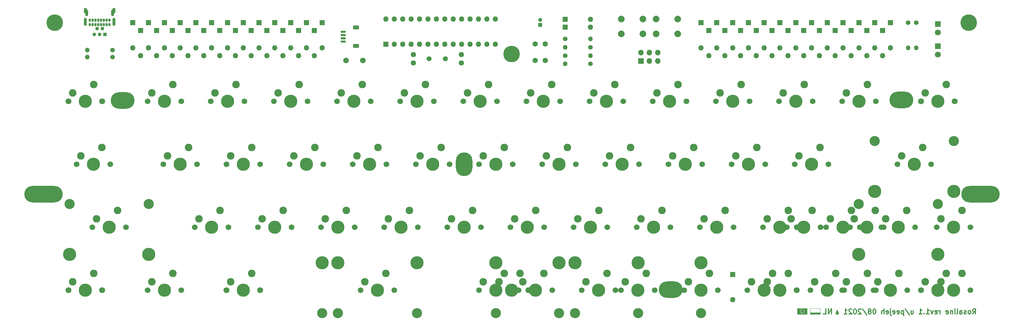
<source format=gbr>
G04 #@! TF.GenerationSoftware,KiCad,Pcbnew,(5.1.10-1-10_14)*
G04 #@! TF.CreationDate,2021-08-31T22:08:52+02:00*
G04 #@! TF.ProjectId,rosaline,726f7361-6c69-46e6-952e-6b696361645f,1*
G04 #@! TF.SameCoordinates,Original*
G04 #@! TF.FileFunction,Soldermask,Bot*
G04 #@! TF.FilePolarity,Negative*
%FSLAX46Y46*%
G04 Gerber Fmt 4.6, Leading zero omitted, Abs format (unit mm)*
G04 Created by KiCad (PCBNEW (5.1.10-1-10_14)) date 2021-08-31 22:08:52*
%MOMM*%
%LPD*%
G01*
G04 APERTURE LIST*
%ADD10C,0.300000*%
%ADD11C,0.120000*%
%ADD12C,0.500000*%
%ADD13C,0.160000*%
%ADD14C,0.100000*%
%ADD15C,3.987800*%
%ADD16C,3.048000*%
%ADD17C,1.701800*%
%ADD18C,2.286000*%
%ADD19C,1.800000*%
%ADD20O,1.600000X1.600000*%
%ADD21R,1.600000X1.600000*%
%ADD22O,0.700000X1.000000*%
%ADD23O,0.900000X2.400000*%
%ADD24O,0.900000X1.700000*%
%ADD25C,1.100000*%
%ADD26R,1.100000X1.100000*%
%ADD27O,0.850000X2.000000*%
%ADD28O,5.000000X7.200000*%
%ADD29O,11.600000X5.000000*%
%ADD30O,7.200000X5.000000*%
%ADD31C,5.000000*%
%ADD32O,1.400000X1.400000*%
%ADD33C,1.400000*%
%ADD34C,1.710000*%
%ADD35R,1.200000X1.200000*%
%ADD36C,1.200000*%
%ADD37C,1.600000*%
%ADD38R,1.700000X1.700000*%
%ADD39O,1.700000X1.700000*%
%ADD40R,1.800000X1.800000*%
%ADD41C,2.000000*%
%ADD42C,1.500000*%
G04 APERTURE END LIST*
D10*
X291484710Y-147720882D02*
X291984710Y-147006596D01*
X292341853Y-147720882D02*
X292341853Y-146220882D01*
X291770424Y-146220882D01*
X291627567Y-146292311D01*
X291556138Y-146363739D01*
X291484710Y-146506596D01*
X291484710Y-146720882D01*
X291556138Y-146863739D01*
X291627567Y-146935168D01*
X291770424Y-147006596D01*
X292341853Y-147006596D01*
X290627567Y-147720882D02*
X290770424Y-147649453D01*
X290841853Y-147578025D01*
X290913281Y-147435168D01*
X290913281Y-147006596D01*
X290841853Y-146863739D01*
X290770424Y-146792311D01*
X290627567Y-146720882D01*
X290413281Y-146720882D01*
X290270424Y-146792311D01*
X290198996Y-146863739D01*
X290127567Y-147006596D01*
X290127567Y-147435168D01*
X290198996Y-147578025D01*
X290270424Y-147649453D01*
X290413281Y-147720882D01*
X290627567Y-147720882D01*
X289556138Y-147649453D02*
X289413281Y-147720882D01*
X289127567Y-147720882D01*
X288984710Y-147649453D01*
X288913281Y-147506596D01*
X288913281Y-147435168D01*
X288984710Y-147292311D01*
X289127567Y-147220882D01*
X289341853Y-147220882D01*
X289484710Y-147149453D01*
X289556138Y-147006596D01*
X289556138Y-146935168D01*
X289484710Y-146792311D01*
X289341853Y-146720882D01*
X289127567Y-146720882D01*
X288984710Y-146792311D01*
X287627567Y-147720882D02*
X287627567Y-146935168D01*
X287698996Y-146792311D01*
X287841853Y-146720882D01*
X288127567Y-146720882D01*
X288270424Y-146792311D01*
X287627567Y-147649453D02*
X287770424Y-147720882D01*
X288127567Y-147720882D01*
X288270424Y-147649453D01*
X288341853Y-147506596D01*
X288341853Y-147363739D01*
X288270424Y-147220882D01*
X288127567Y-147149453D01*
X287770424Y-147149453D01*
X287627567Y-147078025D01*
X286698996Y-147720882D02*
X286841853Y-147649453D01*
X286913281Y-147506596D01*
X286913281Y-146220882D01*
X286127567Y-147720882D02*
X286127567Y-146720882D01*
X286127567Y-146220882D02*
X286198996Y-146292311D01*
X286127567Y-146363739D01*
X286056138Y-146292311D01*
X286127567Y-146220882D01*
X286127567Y-146363739D01*
X285413281Y-146720882D02*
X285413281Y-147720882D01*
X285413281Y-146863739D02*
X285341853Y-146792311D01*
X285198996Y-146720882D01*
X284984710Y-146720882D01*
X284841853Y-146792311D01*
X284770424Y-146935168D01*
X284770424Y-147720882D01*
X283484710Y-147649453D02*
X283627567Y-147720882D01*
X283913281Y-147720882D01*
X284056138Y-147649453D01*
X284127567Y-147506596D01*
X284127567Y-146935168D01*
X284056138Y-146792311D01*
X283913281Y-146720882D01*
X283627567Y-146720882D01*
X283484710Y-146792311D01*
X283413281Y-146935168D01*
X283413281Y-147078025D01*
X284127567Y-147220882D01*
X281627567Y-147720882D02*
X281627567Y-146720882D01*
X281627567Y-147006596D02*
X281556138Y-146863739D01*
X281484710Y-146792311D01*
X281341853Y-146720882D01*
X281198996Y-146720882D01*
X280127567Y-147649453D02*
X280270424Y-147720882D01*
X280556138Y-147720882D01*
X280698996Y-147649453D01*
X280770424Y-147506596D01*
X280770424Y-146935168D01*
X280698996Y-146792311D01*
X280556138Y-146720882D01*
X280270424Y-146720882D01*
X280127567Y-146792311D01*
X280056138Y-146935168D01*
X280056138Y-147078025D01*
X280770424Y-147220882D01*
X279556138Y-146720882D02*
X279198996Y-147720882D01*
X278841853Y-146720882D01*
X277484710Y-147720882D02*
X278341853Y-147720882D01*
X277913281Y-147720882D02*
X277913281Y-146220882D01*
X278056138Y-146435168D01*
X278198996Y-146578025D01*
X278341853Y-146649453D01*
X276841853Y-147578025D02*
X276770424Y-147649453D01*
X276841853Y-147720882D01*
X276913281Y-147649453D01*
X276841853Y-147578025D01*
X276841853Y-147720882D01*
X275341853Y-147720882D02*
X276198996Y-147720882D01*
X275770424Y-147720882D02*
X275770424Y-146220882D01*
X275913281Y-146435168D01*
X276056138Y-146578025D01*
X276198996Y-146649453D01*
X272913281Y-146720882D02*
X272913281Y-147720882D01*
X273556138Y-146720882D02*
X273556138Y-147506596D01*
X273484710Y-147649453D01*
X273341853Y-147720882D01*
X273127567Y-147720882D01*
X272984710Y-147649453D01*
X272913281Y-147578025D01*
X271127567Y-146149453D02*
X272413281Y-148078025D01*
X270627567Y-146720882D02*
X270627567Y-148220882D01*
X270627567Y-146792311D02*
X270484710Y-146720882D01*
X270198996Y-146720882D01*
X270056138Y-146792311D01*
X269984710Y-146863739D01*
X269913281Y-147006596D01*
X269913281Y-147435168D01*
X269984710Y-147578025D01*
X270056138Y-147649453D01*
X270198996Y-147720882D01*
X270484710Y-147720882D01*
X270627567Y-147649453D01*
X268698996Y-147649453D02*
X268841853Y-147720882D01*
X269127567Y-147720882D01*
X269270424Y-147649453D01*
X269341853Y-147506596D01*
X269341853Y-146935168D01*
X269270424Y-146792311D01*
X269127567Y-146720882D01*
X268841853Y-146720882D01*
X268698996Y-146792311D01*
X268627567Y-146935168D01*
X268627567Y-147078025D01*
X269341853Y-147220882D01*
X267413281Y-147649453D02*
X267556138Y-147720882D01*
X267841853Y-147720882D01*
X267984710Y-147649453D01*
X268056138Y-147506596D01*
X268056138Y-146935168D01*
X267984710Y-146792311D01*
X267841853Y-146720882D01*
X267556138Y-146720882D01*
X267413281Y-146792311D01*
X267341853Y-146935168D01*
X267341853Y-147078025D01*
X268056138Y-147220882D01*
X266698996Y-146720882D02*
X266698996Y-148006596D01*
X266770424Y-148149453D01*
X266913281Y-148220882D01*
X266984710Y-148220882D01*
X266698996Y-146220882D02*
X266770424Y-146292311D01*
X266698996Y-146363739D01*
X266627567Y-146292311D01*
X266698996Y-146220882D01*
X266698996Y-146363739D01*
X265413281Y-147649453D02*
X265556138Y-147720882D01*
X265841853Y-147720882D01*
X265984710Y-147649453D01*
X266056138Y-147506596D01*
X266056138Y-146935168D01*
X265984710Y-146792311D01*
X265841853Y-146720882D01*
X265556138Y-146720882D01*
X265413281Y-146792311D01*
X265341853Y-146935168D01*
X265341853Y-147078025D01*
X266056138Y-147220882D01*
X264698996Y-147720882D02*
X264698996Y-146220882D01*
X264056138Y-147720882D02*
X264056138Y-146935168D01*
X264127567Y-146792311D01*
X264270424Y-146720882D01*
X264484710Y-146720882D01*
X264627567Y-146792311D01*
X264698996Y-146863739D01*
X261913281Y-146220882D02*
X261770424Y-146220882D01*
X261627567Y-146292311D01*
X261556138Y-146363739D01*
X261484710Y-146506596D01*
X261413281Y-146792311D01*
X261413281Y-147149453D01*
X261484710Y-147435168D01*
X261556138Y-147578025D01*
X261627567Y-147649453D01*
X261770424Y-147720882D01*
X261913281Y-147720882D01*
X262056138Y-147649453D01*
X262127567Y-147578025D01*
X262198996Y-147435168D01*
X262270424Y-147149453D01*
X262270424Y-146792311D01*
X262198996Y-146506596D01*
X262127567Y-146363739D01*
X262056138Y-146292311D01*
X261913281Y-146220882D01*
X260556138Y-146863739D02*
X260698996Y-146792311D01*
X260770424Y-146720882D01*
X260841853Y-146578025D01*
X260841853Y-146506596D01*
X260770424Y-146363739D01*
X260698996Y-146292311D01*
X260556138Y-146220882D01*
X260270424Y-146220882D01*
X260127567Y-146292311D01*
X260056138Y-146363739D01*
X259984710Y-146506596D01*
X259984710Y-146578025D01*
X260056138Y-146720882D01*
X260127567Y-146792311D01*
X260270424Y-146863739D01*
X260556138Y-146863739D01*
X260698996Y-146935168D01*
X260770424Y-147006596D01*
X260841853Y-147149453D01*
X260841853Y-147435168D01*
X260770424Y-147578025D01*
X260698996Y-147649453D01*
X260556138Y-147720882D01*
X260270424Y-147720882D01*
X260127567Y-147649453D01*
X260056138Y-147578025D01*
X259984710Y-147435168D01*
X259984710Y-147149453D01*
X260056138Y-147006596D01*
X260127567Y-146935168D01*
X260270424Y-146863739D01*
X258270424Y-146149453D02*
X259556138Y-148078025D01*
X257841853Y-146363739D02*
X257770424Y-146292311D01*
X257627567Y-146220882D01*
X257270424Y-146220882D01*
X257127567Y-146292311D01*
X257056138Y-146363739D01*
X256984710Y-146506596D01*
X256984710Y-146649453D01*
X257056138Y-146863739D01*
X257913281Y-147720882D01*
X256984710Y-147720882D01*
X256056138Y-146220882D02*
X255913281Y-146220882D01*
X255770424Y-146292311D01*
X255698996Y-146363739D01*
X255627567Y-146506596D01*
X255556138Y-146792311D01*
X255556138Y-147149453D01*
X255627567Y-147435168D01*
X255698996Y-147578025D01*
X255770424Y-147649453D01*
X255913281Y-147720882D01*
X256056138Y-147720882D01*
X256198996Y-147649453D01*
X256270424Y-147578025D01*
X256341853Y-147435168D01*
X256413281Y-147149453D01*
X256413281Y-146792311D01*
X256341853Y-146506596D01*
X256270424Y-146363739D01*
X256198996Y-146292311D01*
X256056138Y-146220882D01*
X254984710Y-146363739D02*
X254913281Y-146292311D01*
X254770424Y-146220882D01*
X254413281Y-146220882D01*
X254270424Y-146292311D01*
X254198996Y-146363739D01*
X254127567Y-146506596D01*
X254127567Y-146649453D01*
X254198996Y-146863739D01*
X255056138Y-147720882D01*
X254127567Y-147720882D01*
X252698996Y-147720882D02*
X253556138Y-147720882D01*
X253127567Y-147720882D02*
X253127567Y-146220882D01*
X253270424Y-146435168D01*
X253413281Y-146578025D01*
X253556138Y-146649453D01*
X248882886Y-147708809D02*
X248882886Y-146108809D01*
X247968601Y-147708809D01*
X247968601Y-146108809D01*
X246444791Y-147708809D02*
X247206696Y-147708809D01*
X247206696Y-146108809D01*
D11*
G36*
X240078125Y-147685000D02*
G01*
X239878125Y-147685000D01*
X239478125Y-147485000D01*
X239278125Y-147085000D01*
X239278125Y-146685000D01*
X239478125Y-146285000D01*
X239778125Y-146085000D01*
X240078125Y-146085000D01*
X240078125Y-145985000D01*
X238578125Y-145985000D01*
X238578125Y-147785000D01*
X240078125Y-147785000D01*
X240078125Y-147685000D01*
G37*
X240078125Y-147685000D02*
X239878125Y-147685000D01*
X239478125Y-147485000D01*
X239278125Y-147085000D01*
X239278125Y-146685000D01*
X239478125Y-146285000D01*
X239778125Y-146085000D01*
X240078125Y-146085000D01*
X240078125Y-145985000D01*
X238578125Y-145985000D01*
X238578125Y-147785000D01*
X240078125Y-147785000D01*
X240078125Y-147685000D01*
G36*
X240078125Y-146085000D02*
G01*
X240278125Y-146085000D01*
X240678125Y-146285000D01*
X240878125Y-146685000D01*
X240878125Y-147085000D01*
X240678125Y-147485000D01*
X240378125Y-147685000D01*
X240078125Y-147685000D01*
X240078125Y-147785000D01*
X241578125Y-147785000D01*
X241578125Y-145985000D01*
X240078125Y-145985000D01*
X240078125Y-146085000D01*
G37*
X240078125Y-146085000D02*
X240278125Y-146085000D01*
X240678125Y-146285000D01*
X240878125Y-146685000D01*
X240878125Y-147085000D01*
X240678125Y-147485000D01*
X240378125Y-147685000D01*
X240078125Y-147685000D01*
X240078125Y-147785000D01*
X241578125Y-147785000D01*
X241578125Y-145985000D01*
X240078125Y-145985000D01*
X240078125Y-146085000D01*
D12*
X240301732Y-146885000D02*
G75*
G03*
X240301732Y-146885000I-223607J0D01*
G01*
D13*
X240839702Y-146885000D02*
G75*
G03*
X240839702Y-146885000I-761577J0D01*
G01*
D14*
G36*
X250178125Y-147385000D02*
G01*
X250178125Y-147785000D01*
X250978125Y-147785000D01*
X250978125Y-147385000D01*
X250678125Y-146485000D01*
X250478125Y-146485000D01*
X250178125Y-147385000D01*
G37*
X250178125Y-147385000D02*
X250178125Y-147785000D01*
X250978125Y-147785000D01*
X250978125Y-147385000D01*
X250678125Y-146485000D01*
X250478125Y-146485000D01*
X250178125Y-147385000D01*
D11*
X245478125Y-145985000D02*
X242478125Y-145985000D01*
X242478125Y-145985000D02*
X242478125Y-147785000D01*
X242478125Y-147785000D02*
X245478125Y-147785000D01*
X245478125Y-147785000D02*
X245478125Y-145985000D01*
D14*
G36*
X242478125Y-147785000D02*
G01*
X245478125Y-147785000D01*
X245478125Y-147285000D01*
X242478125Y-147285000D01*
X242478125Y-147785000D01*
G37*
X242478125Y-147785000D02*
X245478125Y-147785000D01*
X245478125Y-147285000D01*
X242478125Y-147285000D01*
X242478125Y-147785000D01*
D11*
X240219546Y-146285000D02*
G75*
G03*
X240219546Y-146285000I-141421J0D01*
G01*
X240219546Y-147485000D02*
G75*
G03*
X240219546Y-147485000I-141421J0D01*
G01*
X239619546Y-146885000D02*
G75*
G03*
X239619546Y-146885000I-141421J0D01*
G01*
X240819546Y-146885000D02*
G75*
G03*
X240819546Y-146885000I-141421J0D01*
G01*
X240719546Y-146585000D02*
G75*
G03*
X240719546Y-146585000I-141421J0D01*
G01*
X240519546Y-146385000D02*
G75*
G03*
X240519546Y-146385000I-141421J0D01*
G01*
X239919546Y-146385000D02*
G75*
G03*
X239919546Y-146385000I-141421J0D01*
G01*
X239719546Y-146585000D02*
G75*
G03*
X239719546Y-146585000I-141421J0D01*
G01*
X239719546Y-147185000D02*
G75*
G03*
X239719546Y-147185000I-141421J0D01*
G01*
X239919546Y-147385000D02*
G75*
G03*
X239919546Y-147385000I-141421J0D01*
G01*
X240519546Y-147385000D02*
G75*
G03*
X240519546Y-147385000I-141421J0D01*
G01*
X240719546Y-147185000D02*
G75*
G03*
X240719546Y-147185000I-141421J0D01*
G01*
D15*
X166655750Y-132238750D03*
X190531750Y-132238750D03*
D16*
X166655750Y-147478750D03*
X190531750Y-147478750D03*
D17*
X173513750Y-140493750D03*
X183673750Y-140493750D03*
D15*
X178593750Y-140493750D03*
D18*
X174783750Y-137953750D03*
X181133750Y-135413750D03*
D15*
X147605750Y-132238750D03*
X171481750Y-132238750D03*
D16*
X147605750Y-147478750D03*
X171481750Y-147478750D03*
D17*
X154463750Y-140493750D03*
X164623750Y-140493750D03*
D15*
X159543750Y-140493750D03*
D18*
X155733750Y-137953750D03*
X162083750Y-135413750D03*
D15*
X99980750Y-132238750D03*
X123856750Y-132238750D03*
D16*
X99980750Y-147478750D03*
X123856750Y-147478750D03*
D17*
X106838750Y-140493750D03*
X116998750Y-140493750D03*
D15*
X111918750Y-140493750D03*
D18*
X108108750Y-137953750D03*
X114458750Y-135413750D03*
D15*
X281019250Y-129698750D03*
X257143250Y-129698750D03*
D16*
X281019250Y-114458750D03*
X257143250Y-114458750D03*
D17*
X274161250Y-121443750D03*
X264001250Y-121443750D03*
D15*
X269081250Y-121443750D03*
D18*
X265271250Y-118903750D03*
X271621250Y-116363750D03*
D15*
X95250000Y-132238750D03*
X209550000Y-132238750D03*
D16*
X95250000Y-147478750D03*
X209550000Y-147478750D03*
D19*
X147320000Y-140493750D03*
X157480000Y-140493750D03*
D15*
X152400000Y-140493750D03*
D18*
X148590000Y-137953750D03*
X154940000Y-135413750D03*
D17*
X214630000Y-140493750D03*
X204470000Y-140493750D03*
D15*
X209550000Y-140493750D03*
D18*
X205740000Y-137953750D03*
X212090000Y-135413750D03*
D17*
X195580000Y-140493750D03*
X185420000Y-140493750D03*
D15*
X190500000Y-140493750D03*
D18*
X186690000Y-137953750D03*
X193040000Y-135413750D03*
D17*
X152717500Y-140493750D03*
X142557500Y-140493750D03*
D15*
X147637500Y-140493750D03*
D18*
X143827500Y-137953750D03*
X150177500Y-135413750D03*
D20*
X219075000Y-143351250D03*
D21*
X219075000Y-135731250D03*
D22*
X25136968Y-60145127D03*
X25986968Y-60145127D03*
X26836968Y-60145127D03*
X27686968Y-60145127D03*
X28536968Y-60145127D03*
X29386968Y-60145127D03*
X30236968Y-60145127D03*
X31086968Y-60145127D03*
X25986968Y-58795127D03*
X27686968Y-58795127D03*
X26836968Y-58795127D03*
X25136968Y-58795127D03*
X29386968Y-58795127D03*
X30236968Y-58795127D03*
X31086968Y-58795127D03*
X28536968Y-58795127D03*
D23*
X23786968Y-59315127D03*
X32436968Y-59315127D03*
D24*
X23786968Y-55935127D03*
X32436968Y-55935127D03*
D25*
X27308968Y-61339127D03*
X26508968Y-63089127D03*
X28108968Y-63089127D03*
X28908968Y-61339127D03*
D26*
X29708968Y-63089127D03*
D27*
X24208968Y-56639127D03*
X32008968Y-56639127D03*
D20*
X219075000Y-67151250D03*
D21*
X219075000Y-59531250D03*
D20*
X245268750Y-69532500D03*
D21*
X245268750Y-61912500D03*
D28*
X138112616Y-102393836D03*
D29*
X293846250Y-111442500D03*
D30*
X35004375Y-83105625D03*
D15*
X285781750Y-110648750D03*
X261905750Y-110648750D03*
D16*
X285781750Y-95408750D03*
X261905750Y-95408750D03*
D17*
X278923750Y-102393750D03*
X268763750Y-102393750D03*
D15*
X273843750Y-102393750D03*
D18*
X270033750Y-99853750D03*
X276383750Y-97313750D03*
D15*
X42894250Y-129698750D03*
X19018250Y-129698750D03*
D16*
X42894250Y-114458750D03*
X19018250Y-114458750D03*
D17*
X36036250Y-121443750D03*
X25876250Y-121443750D03*
D15*
X30956250Y-121443750D03*
D18*
X27146250Y-118903750D03*
X33496250Y-116363750D03*
D17*
X264636250Y-121443750D03*
X254476250Y-121443750D03*
D15*
X259556250Y-121443750D03*
D18*
X255746250Y-118903750D03*
X262096250Y-116363750D03*
D17*
X245586250Y-121443750D03*
X235426250Y-121443750D03*
D15*
X240506250Y-121443750D03*
D18*
X236696250Y-118903750D03*
X243046250Y-116363750D03*
D17*
X31273750Y-102393836D03*
X21113750Y-102393836D03*
D15*
X26193750Y-102393836D03*
D18*
X22383750Y-99853836D03*
X28733750Y-97313836D03*
D19*
X76517500Y-140493750D03*
X66357500Y-140493750D03*
D15*
X71437500Y-140493750D03*
D18*
X67627500Y-137953750D03*
X73977500Y-135413750D03*
D19*
X28892500Y-140493750D03*
X18732500Y-140493750D03*
D15*
X23812500Y-140493750D03*
D18*
X20002500Y-137953750D03*
X26352500Y-135413750D03*
D19*
X286067500Y-140493750D03*
X275907500Y-140493750D03*
D15*
X280987500Y-140493750D03*
D18*
X277177500Y-137953750D03*
X283527500Y-135413750D03*
D19*
X286067500Y-83343750D03*
X275907500Y-83343750D03*
D15*
X280987500Y-83343750D03*
D18*
X277177500Y-80803750D03*
X283527500Y-78263750D03*
D19*
X238442500Y-140493750D03*
X228282500Y-140493750D03*
D15*
X233362500Y-140493750D03*
D18*
X229552500Y-137953750D03*
X235902500Y-135413750D03*
D19*
X28892500Y-83343750D03*
X18732500Y-83343750D03*
D15*
X23812500Y-83343750D03*
D18*
X20002500Y-80803750D03*
X26352500Y-78263750D03*
D29*
X11191875Y-111442500D03*
D31*
X290274375Y-59531250D03*
D30*
X269960000Y-82970000D03*
X200380000Y-140310000D03*
D31*
X152400000Y-69056250D03*
X14525625Y-59531250D03*
D21*
X226218750Y-61912500D03*
D20*
X226218750Y-69532500D03*
X54768750Y-69532500D03*
D21*
X54768750Y-61912500D03*
D17*
X71755000Y-83343750D03*
X61595000Y-83343750D03*
D15*
X66675000Y-83343750D03*
D18*
X62865000Y-80803750D03*
X69215000Y-78263750D03*
D20*
X264318750Y-69532500D03*
D21*
X264318750Y-61912500D03*
D20*
X261937500Y-67151250D03*
D21*
X261937500Y-59531250D03*
D17*
X290830000Y-140493750D03*
X280670000Y-140493750D03*
D15*
X285750000Y-140493750D03*
D18*
X281940000Y-137953750D03*
X288290000Y-135413750D03*
D17*
X271780000Y-140493750D03*
X261620000Y-140493750D03*
D15*
X266700000Y-140493750D03*
D18*
X262890000Y-137953750D03*
X269240000Y-135413750D03*
D17*
X290830000Y-121443750D03*
X280670000Y-121443750D03*
D15*
X285750000Y-121443750D03*
D18*
X281940000Y-118903750D03*
X288290000Y-116363750D03*
D17*
X257492500Y-121443750D03*
X247332500Y-121443750D03*
D15*
X252412500Y-121443750D03*
D18*
X248602500Y-118903750D03*
X254952500Y-116363750D03*
D17*
X262255000Y-83343750D03*
X252095000Y-83343750D03*
D15*
X257175000Y-83343750D03*
D18*
X253365000Y-80803750D03*
X259715000Y-78263750D03*
D17*
X252730000Y-140493750D03*
X242570000Y-140493750D03*
D15*
X247650000Y-140493750D03*
D18*
X243840000Y-137953750D03*
X250190000Y-135413750D03*
D17*
X233680000Y-140493750D03*
X223520000Y-140493750D03*
D15*
X228600000Y-140493750D03*
D18*
X224790000Y-137953750D03*
X231140000Y-135413750D03*
D17*
X238442500Y-121443750D03*
X228282500Y-121443750D03*
D15*
X233362500Y-121443750D03*
D18*
X229552500Y-118903750D03*
X235902500Y-116363750D03*
D17*
X247967500Y-102393750D03*
X237807500Y-102393750D03*
D15*
X242887500Y-102393750D03*
D18*
X239077500Y-99853750D03*
X245427500Y-97313750D03*
D17*
X228917500Y-102393750D03*
X218757500Y-102393750D03*
D15*
X223837500Y-102393750D03*
D18*
X220027500Y-99853750D03*
X226377500Y-97313750D03*
D17*
X243205000Y-83343750D03*
X233045000Y-83343750D03*
D15*
X238125000Y-83343750D03*
D18*
X234315000Y-80803750D03*
X240665000Y-78263750D03*
D17*
X224155000Y-83343750D03*
X213995000Y-83343750D03*
D15*
X219075000Y-83343750D03*
D18*
X215265000Y-80803750D03*
X221615000Y-78263750D03*
D17*
X219392500Y-121443750D03*
X209232500Y-121443750D03*
D15*
X214312500Y-121443750D03*
D18*
X210502500Y-118903750D03*
X216852500Y-116363750D03*
D17*
X200342500Y-121443750D03*
X190182500Y-121443750D03*
D15*
X195262500Y-121443750D03*
D18*
X191452500Y-118903750D03*
X197802500Y-116363750D03*
D17*
X209867500Y-102393750D03*
X199707500Y-102393750D03*
D15*
X204787500Y-102393750D03*
D18*
X200977500Y-99853750D03*
X207327500Y-97313750D03*
D17*
X190817500Y-102393750D03*
X180657500Y-102393750D03*
D15*
X185737500Y-102393750D03*
D18*
X181927500Y-99853750D03*
X188277500Y-97313750D03*
D17*
X205105000Y-83343750D03*
X194945000Y-83343750D03*
D15*
X200025000Y-83343750D03*
D18*
X196215000Y-80803750D03*
X202565000Y-78263750D03*
D17*
X181292500Y-121443750D03*
X171132500Y-121443750D03*
D15*
X176212500Y-121443750D03*
D18*
X172402500Y-118903750D03*
X178752500Y-116363750D03*
D17*
X162242500Y-121443750D03*
X152082500Y-121443750D03*
D15*
X157162500Y-121443750D03*
D18*
X153352500Y-118903750D03*
X159702500Y-116363750D03*
D17*
X171767500Y-102393750D03*
X161607500Y-102393750D03*
D15*
X166687500Y-102393750D03*
D18*
X162877500Y-99853750D03*
X169227500Y-97313750D03*
D17*
X186055000Y-83343750D03*
X175895000Y-83343750D03*
D15*
X180975000Y-83343750D03*
D18*
X177165000Y-80803750D03*
X183515000Y-78263750D03*
D17*
X167005000Y-83343750D03*
X156845000Y-83343750D03*
D15*
X161925000Y-83343750D03*
D18*
X158115000Y-80803750D03*
X164465000Y-78263750D03*
D17*
X143192500Y-121443750D03*
X133032500Y-121443750D03*
D15*
X138112500Y-121443750D03*
D18*
X134302500Y-118903750D03*
X140652500Y-116363750D03*
D17*
X124142500Y-121443750D03*
X113982500Y-121443750D03*
D15*
X119062500Y-121443750D03*
D18*
X115252500Y-118903750D03*
X121602500Y-116363750D03*
D17*
X152717500Y-102393750D03*
X142557500Y-102393750D03*
D15*
X147637500Y-102393750D03*
D18*
X143827500Y-99853750D03*
X150177500Y-97313750D03*
D17*
X133667500Y-102393750D03*
X123507500Y-102393750D03*
D15*
X128587500Y-102393750D03*
D18*
X124777500Y-99853750D03*
X131127500Y-97313750D03*
D17*
X147955000Y-83343750D03*
X137795000Y-83343750D03*
D15*
X142875000Y-83343750D03*
D18*
X139065000Y-80803750D03*
X145415000Y-78263750D03*
D17*
X128905000Y-83343750D03*
X118745000Y-83343750D03*
D15*
X123825000Y-83343750D03*
D18*
X120015000Y-80803750D03*
X126365000Y-78263750D03*
D17*
X105092500Y-121443750D03*
X94932500Y-121443750D03*
D15*
X100012500Y-121443750D03*
D18*
X96202500Y-118903750D03*
X102552500Y-116363750D03*
D17*
X114617500Y-102393750D03*
X104457500Y-102393750D03*
D15*
X109537500Y-102393750D03*
D18*
X105727500Y-99853750D03*
X112077500Y-97313750D03*
D17*
X95567500Y-102393750D03*
X85407500Y-102393750D03*
D15*
X90487500Y-102393750D03*
D18*
X86677500Y-99853750D03*
X93027500Y-97313750D03*
D17*
X109855000Y-83343750D03*
X99695000Y-83343750D03*
D15*
X104775000Y-83343750D03*
D18*
X100965000Y-80803750D03*
X107315000Y-78263750D03*
D17*
X90805000Y-83343750D03*
X80645000Y-83343750D03*
D15*
X85725000Y-83343750D03*
D18*
X81915000Y-80803750D03*
X88265000Y-78263750D03*
D17*
X86042500Y-121443750D03*
X75882500Y-121443750D03*
D15*
X80962500Y-121443750D03*
D18*
X77152500Y-118903750D03*
X83502500Y-116363750D03*
D17*
X66992500Y-121443750D03*
X56832500Y-121443750D03*
D15*
X61912500Y-121443750D03*
D18*
X58102500Y-118903750D03*
X64452500Y-116363750D03*
D17*
X76517500Y-102393750D03*
X66357500Y-102393750D03*
D15*
X71437500Y-102393750D03*
D18*
X67627500Y-99853750D03*
X73977500Y-97313750D03*
D17*
X57467500Y-102393750D03*
X47307500Y-102393750D03*
D15*
X52387500Y-102393750D03*
D18*
X48577500Y-99853750D03*
X54927500Y-97313750D03*
D17*
X52705000Y-140493750D03*
X42545000Y-140493750D03*
D15*
X47625000Y-140493750D03*
D18*
X43815000Y-137953750D03*
X50165000Y-135413750D03*
D17*
X52705000Y-83343820D03*
X42545000Y-83343820D03*
D15*
X47625000Y-83343820D03*
D18*
X43815000Y-80803820D03*
X50165000Y-78263820D03*
D17*
X262255000Y-140493750D03*
X252095000Y-140493750D03*
D15*
X257175000Y-140493750D03*
D18*
X253365000Y-137953750D03*
X259715000Y-135413750D03*
D32*
X176212500Y-64500000D03*
D33*
X168592500Y-64500000D03*
D32*
X168592500Y-67000000D03*
D33*
X176212500Y-67000000D03*
D34*
X107540000Y-70961250D03*
X102460000Y-70961250D03*
D21*
X57150000Y-59531250D03*
D20*
X57150000Y-67151250D03*
D21*
X42862500Y-59531250D03*
D20*
X42862500Y-67151250D03*
D21*
X228600000Y-59531250D03*
D20*
X228600000Y-67151250D03*
D21*
X266700000Y-59531250D03*
D20*
X266700000Y-67151250D03*
X88106250Y-69532500D03*
D21*
X88106250Y-61912500D03*
D35*
X161000000Y-60245625D03*
D36*
X161000000Y-58745625D03*
D37*
X159500000Y-66000000D03*
X159500000Y-71000000D03*
X162500000Y-71000000D03*
X162500000Y-66000000D03*
X137250000Y-71750000D03*
X137250000Y-69250000D03*
X122750000Y-69250000D03*
X122750000Y-71750000D03*
D38*
X191452500Y-71199375D03*
D39*
X191452500Y-68659375D03*
X193992500Y-71199375D03*
X193992500Y-68659375D03*
X196532500Y-71199375D03*
X196532500Y-68659375D03*
D40*
X280987500Y-66675000D03*
D19*
X280987500Y-69215000D03*
D41*
X202500000Y-58500000D03*
X202500000Y-63000000D03*
X196000000Y-58500000D03*
X196000000Y-63000000D03*
X185500000Y-63000000D03*
X185500000Y-58500000D03*
X192000000Y-63000000D03*
X192000000Y-58500000D03*
D42*
X127517500Y-70485000D03*
X132397500Y-70485000D03*
D21*
X114480000Y-66120000D03*
D20*
X147500000Y-58500000D03*
X117020000Y-66120000D03*
X144960000Y-58500000D03*
X119560000Y-66120000D03*
X142420000Y-58500000D03*
X122100000Y-66120000D03*
X139880000Y-58500000D03*
X124640000Y-66120000D03*
X137340000Y-58500000D03*
X127180000Y-66120000D03*
X134800000Y-58500000D03*
X129720000Y-66120000D03*
X132260000Y-58500000D03*
X132260000Y-66120000D03*
X129720000Y-58500000D03*
X134800000Y-66120000D03*
X127180000Y-58500000D03*
X137340000Y-66120000D03*
X124640000Y-58500000D03*
X139880000Y-66120000D03*
X122100000Y-58500000D03*
X142420000Y-66120000D03*
X119560000Y-58500000D03*
X144960000Y-66120000D03*
X117020000Y-58500000D03*
X147500000Y-66120000D03*
X114480000Y-58500000D03*
D21*
X168592500Y-60960000D03*
D20*
X176212500Y-60960000D03*
X176212500Y-58578750D03*
D21*
X168592500Y-58578750D03*
X38100000Y-59531250D03*
D20*
X38100000Y-67151250D03*
D21*
X59531250Y-61912500D03*
D20*
X59531250Y-69532500D03*
X71437500Y-67151250D03*
D21*
X71437500Y-59531250D03*
X95250000Y-59531250D03*
D20*
X95250000Y-67151250D03*
D21*
X223837500Y-59531250D03*
D20*
X223837500Y-67151250D03*
X240506250Y-69532500D03*
D21*
X240506250Y-61912500D03*
X50006250Y-61912500D03*
D20*
X50006250Y-69532500D03*
D21*
X52387500Y-59531250D03*
D20*
X52387500Y-67151250D03*
X83343750Y-69532500D03*
D21*
X83343750Y-61912500D03*
D20*
X92868750Y-69532500D03*
D21*
X92868750Y-61912500D03*
X209550000Y-59531250D03*
D20*
X209550000Y-67151250D03*
X221456250Y-69532500D03*
D21*
X221456250Y-61912500D03*
X235743750Y-61912500D03*
D20*
X235743750Y-69532500D03*
D21*
X250031250Y-61912500D03*
D20*
X250031250Y-69532500D03*
X40481250Y-69532500D03*
D21*
X40481250Y-61912500D03*
D20*
X61912500Y-67151250D03*
D21*
X61912500Y-59531250D03*
D20*
X66675000Y-67151250D03*
D21*
X66675000Y-59531250D03*
X85725000Y-59531250D03*
D20*
X85725000Y-67151250D03*
D21*
X211931250Y-61912500D03*
D20*
X211931250Y-69532500D03*
D21*
X242887500Y-59531250D03*
D20*
X242887500Y-67151250D03*
D21*
X254793750Y-61912500D03*
D20*
X254793750Y-69532500D03*
X76200000Y-67151250D03*
D21*
X76200000Y-59531250D03*
X90487500Y-59531250D03*
D20*
X90487500Y-67151250D03*
D21*
X214312500Y-59531250D03*
D20*
X214312500Y-67151250D03*
D21*
X238125000Y-59531250D03*
D20*
X238125000Y-67151250D03*
D21*
X257175000Y-59531250D03*
D20*
X257175000Y-67151250D03*
X45243750Y-69532500D03*
D21*
X45243750Y-61912500D03*
D20*
X64293750Y-69532500D03*
D21*
X64293750Y-61912500D03*
D20*
X69056250Y-69532500D03*
D21*
X69056250Y-61912500D03*
D20*
X78581250Y-69532500D03*
D21*
X78581250Y-61912500D03*
D20*
X233362500Y-67151250D03*
D21*
X233362500Y-59531250D03*
D20*
X259556250Y-69532500D03*
D21*
X259556250Y-61912500D03*
X47625000Y-59531250D03*
D20*
X47625000Y-67151250D03*
D21*
X73818750Y-61912500D03*
D20*
X73818750Y-69532500D03*
D21*
X80962500Y-59531250D03*
D20*
X80962500Y-67151250D03*
D21*
X230981250Y-61912500D03*
D20*
X230981250Y-69532500D03*
D21*
X247650000Y-59531250D03*
D20*
X247650000Y-67151250D03*
D21*
X252412500Y-59531250D03*
D20*
X252412500Y-67151250D03*
D40*
X280987500Y-59960000D03*
D19*
X280987500Y-62500000D03*
D21*
X216693750Y-61912500D03*
D20*
X216693750Y-69532500D03*
D32*
X168592500Y-72000000D03*
D33*
X176212500Y-72000000D03*
X168592500Y-69532500D03*
D32*
X176212500Y-69532500D03*
X274500000Y-67151250D03*
D33*
X274500000Y-59531250D03*
X272000000Y-59531250D03*
D32*
X272000000Y-67151250D03*
G36*
G01*
X100959375Y-62017500D02*
X102209375Y-62017500D01*
G75*
G02*
X102359375Y-62167500I0J-150000D01*
G01*
X102359375Y-62467500D01*
G75*
G02*
X102209375Y-62617500I-150000J0D01*
G01*
X100959375Y-62617500D01*
G75*
G02*
X100809375Y-62467500I0J150000D01*
G01*
X100809375Y-62167500D01*
G75*
G02*
X100959375Y-62017500I150000J0D01*
G01*
G37*
G36*
G01*
X100959375Y-63017500D02*
X102209375Y-63017500D01*
G75*
G02*
X102359375Y-63167500I0J-150000D01*
G01*
X102359375Y-63467500D01*
G75*
G02*
X102209375Y-63617500I-150000J0D01*
G01*
X100959375Y-63617500D01*
G75*
G02*
X100809375Y-63467500I0J150000D01*
G01*
X100809375Y-63167500D01*
G75*
G02*
X100959375Y-63017500I150000J0D01*
G01*
G37*
G36*
G01*
X100959375Y-64017500D02*
X102209375Y-64017500D01*
G75*
G02*
X102359375Y-64167500I0J-150000D01*
G01*
X102359375Y-64467500D01*
G75*
G02*
X102209375Y-64617500I-150000J0D01*
G01*
X100959375Y-64617500D01*
G75*
G02*
X100809375Y-64467500I0J150000D01*
G01*
X100809375Y-64167500D01*
G75*
G02*
X100959375Y-64017500I150000J0D01*
G01*
G37*
G36*
G01*
X100959375Y-65017500D02*
X102209375Y-65017500D01*
G75*
G02*
X102359375Y-65167500I0J-150000D01*
G01*
X102359375Y-65467500D01*
G75*
G02*
X102209375Y-65617500I-150000J0D01*
G01*
X100959375Y-65617500D01*
G75*
G02*
X100809375Y-65467500I0J150000D01*
G01*
X100809375Y-65167500D01*
G75*
G02*
X100959375Y-65017500I150000J0D01*
G01*
G37*
G36*
G01*
X104809374Y-60417500D02*
X106109376Y-60417500D01*
G75*
G02*
X106359375Y-60667499I0J-249999D01*
G01*
X106359375Y-61367501D01*
G75*
G02*
X106109376Y-61617500I-249999J0D01*
G01*
X104809374Y-61617500D01*
G75*
G02*
X104559375Y-61367501I0J249999D01*
G01*
X104559375Y-60667499D01*
G75*
G02*
X104809374Y-60417500I249999J0D01*
G01*
G37*
G36*
G01*
X104809374Y-66017500D02*
X106109376Y-66017500D01*
G75*
G02*
X106359375Y-66267499I0J-249999D01*
G01*
X106359375Y-66967501D01*
G75*
G02*
X106109376Y-67217500I-249999J0D01*
G01*
X104809374Y-67217500D01*
G75*
G02*
X104559375Y-66967501I0J249999D01*
G01*
X104559375Y-66267499D01*
G75*
G02*
X104809374Y-66017500I249999J0D01*
G01*
G37*
X24389432Y-67865625D03*
D33*
X32009432Y-67865625D03*
X32009432Y-70008750D03*
D32*
X24389432Y-70008750D03*
M02*

</source>
